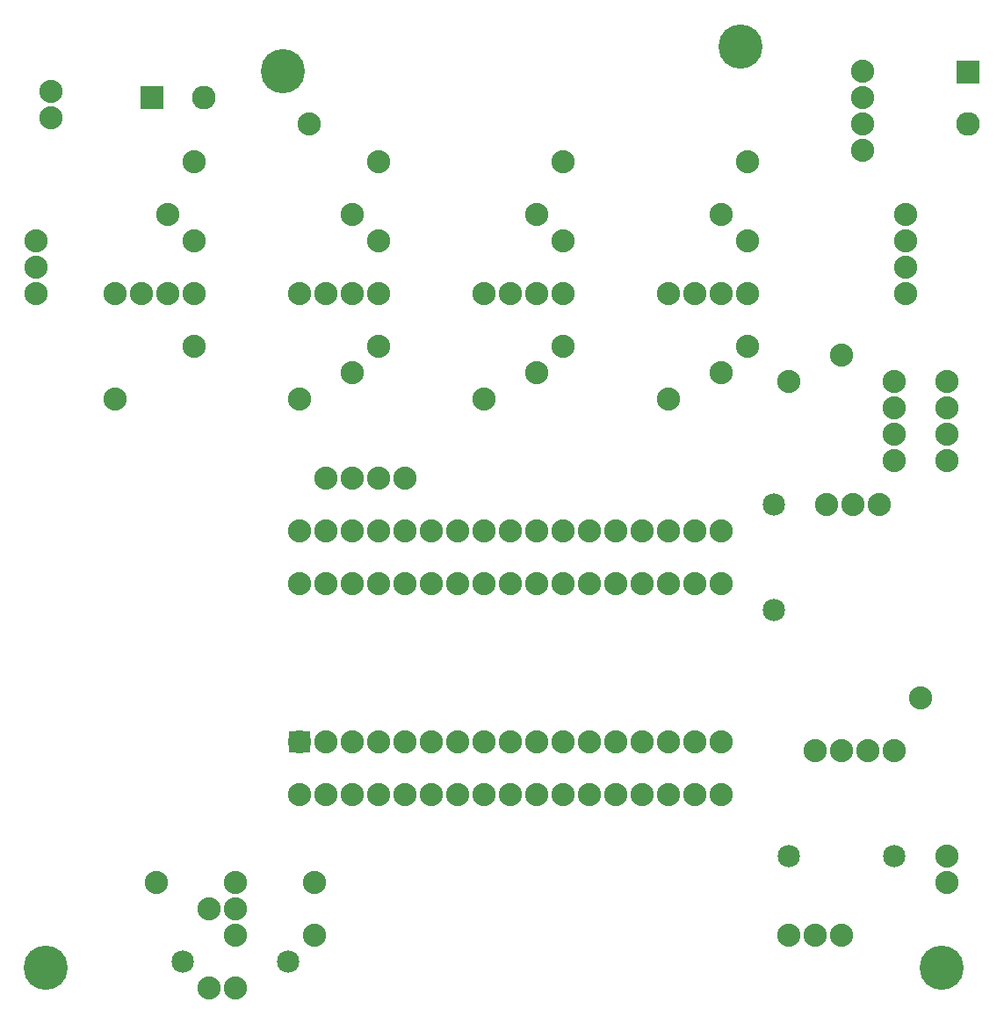
<source format=gts>
G04 MADE WITH FRITZING*
G04 WWW.FRITZING.ORG*
G04 DOUBLE SIDED*
G04 HOLES PLATED*
G04 CONTOUR ON CENTER OF CONTOUR VECTOR*
%ASAXBY*%
%FSLAX23Y23*%
%MOIN*%
%OFA0B0*%
%SFA1.0B1.0*%
%ADD10C,0.167480*%
%ADD11C,0.090000*%
%ADD12C,0.088000*%
%ADD13C,0.085000*%
%ADD14C,0.080555*%
%ADD15C,0.080583*%
%ADD16R,0.090000X0.090000*%
%ADD17R,0.080542X0.080570*%
%LNMASK1*%
G90*
G70*
G54D10*
X220Y161D03*
X3620Y161D03*
X1120Y3561D03*
X2856Y3655D03*
G54D11*
X623Y3461D03*
X820Y3461D03*
X3720Y3558D03*
X3720Y3361D03*
X3720Y3558D03*
X3720Y3361D03*
G54D12*
X1220Y3361D03*
X1220Y3361D03*
G54D13*
X740Y185D03*
X1140Y185D03*
X740Y185D03*
X1140Y185D03*
G54D12*
X940Y485D03*
X940Y385D03*
X940Y285D03*
X940Y485D03*
X940Y385D03*
X940Y285D03*
G54D13*
X940Y485D03*
X940Y385D03*
X940Y285D03*
X940Y485D03*
X940Y385D03*
X940Y285D03*
G54D12*
X840Y85D03*
X940Y85D03*
X840Y85D03*
X940Y85D03*
X1240Y485D03*
X1240Y485D03*
X1240Y285D03*
X1240Y285D03*
X840Y385D03*
X840Y385D03*
X640Y485D03*
X640Y485D03*
X3640Y585D03*
X3640Y485D03*
X3040Y285D03*
X3140Y285D03*
X3240Y285D03*
G54D13*
X3040Y585D03*
X3440Y585D03*
X3040Y585D03*
X3440Y585D03*
X3381Y1917D03*
X3281Y1917D03*
X3181Y1917D03*
X3381Y1917D03*
X3281Y1917D03*
X3181Y1917D03*
X2881Y2717D03*
X2781Y2717D03*
X2681Y2717D03*
X2881Y2717D03*
X2781Y2717D03*
X2681Y2717D03*
X2181Y2717D03*
X2081Y2717D03*
X1981Y2717D03*
X2181Y2717D03*
X2081Y2717D03*
X1981Y2717D03*
X1481Y2717D03*
X1381Y2717D03*
X1281Y2717D03*
X1481Y2717D03*
X1381Y2717D03*
X1281Y2717D03*
X781Y2717D03*
X681Y2717D03*
X581Y2717D03*
X781Y2717D03*
X681Y2717D03*
X581Y2717D03*
X2981Y1917D03*
X2981Y1517D03*
X2981Y1917D03*
X2981Y1517D03*
X2581Y2717D03*
X2581Y2317D03*
X2581Y2717D03*
X2581Y2317D03*
X1881Y2717D03*
X1881Y2317D03*
X1881Y2717D03*
X1881Y2317D03*
X1181Y2717D03*
X1181Y2317D03*
X1181Y2717D03*
X1181Y2317D03*
X481Y2717D03*
X481Y2317D03*
X481Y2717D03*
X481Y2317D03*
G54D12*
X1581Y2017D03*
X1481Y2017D03*
X1381Y2017D03*
X1281Y2017D03*
X1581Y2017D03*
X1481Y2017D03*
X1381Y2017D03*
X1281Y2017D03*
X1183Y1020D03*
X1283Y1020D03*
X1383Y1020D03*
X1483Y1020D03*
X1583Y1020D03*
X1683Y1020D03*
X1783Y1020D03*
X1883Y1020D03*
X1983Y1020D03*
X2083Y1020D03*
X2183Y1020D03*
X2283Y1020D03*
X2383Y1020D03*
X2483Y1020D03*
X2583Y1020D03*
X2683Y1020D03*
X2783Y1020D03*
X1183Y1020D03*
X1283Y1020D03*
X1383Y1020D03*
X1483Y1020D03*
X1583Y1020D03*
X1683Y1020D03*
X1783Y1020D03*
X1883Y1020D03*
X1983Y1020D03*
X2083Y1020D03*
X2183Y1020D03*
X2283Y1020D03*
X2383Y1020D03*
X2483Y1020D03*
X2583Y1020D03*
X2683Y1020D03*
X2783Y1020D03*
X1183Y1620D03*
X1283Y1620D03*
X1383Y1620D03*
X1483Y1620D03*
X1583Y1620D03*
X1683Y1620D03*
X1783Y1620D03*
X1883Y1620D03*
X1983Y1620D03*
X2083Y1620D03*
X2183Y1620D03*
X2283Y1620D03*
X2383Y1620D03*
X2483Y1620D03*
X2583Y1620D03*
X2683Y1620D03*
X2783Y1620D03*
X1183Y1620D03*
X1283Y1620D03*
X1383Y1620D03*
X1483Y1620D03*
X1583Y1620D03*
X1683Y1620D03*
X1783Y1620D03*
X1883Y1620D03*
X1983Y1620D03*
X2083Y1620D03*
X2183Y1620D03*
X2283Y1620D03*
X2383Y1620D03*
X2483Y1620D03*
X2583Y1620D03*
X2683Y1620D03*
X2783Y1620D03*
G54D14*
X1183Y1020D03*
X1283Y1020D03*
X1383Y1020D03*
X1483Y1020D03*
X1583Y1020D03*
X1683Y1020D03*
X1783Y1020D03*
X1883Y1020D03*
X1983Y1020D03*
G54D15*
X2083Y1020D03*
X2183Y1020D03*
X2283Y1020D03*
G54D14*
X2383Y1020D03*
X2483Y1020D03*
G54D15*
X2583Y1020D03*
X2683Y1020D03*
X2783Y1020D03*
G54D14*
X1183Y1620D03*
X1283Y1620D03*
X1383Y1620D03*
X1483Y1620D03*
X1583Y1620D03*
X1683Y1620D03*
X1983Y1620D03*
G54D15*
X2083Y1620D03*
G54D14*
X1883Y1620D03*
X1783Y1620D03*
G54D15*
X2183Y1620D03*
X2283Y1620D03*
G54D14*
X2383Y1620D03*
X2483Y1620D03*
G54D15*
X2583Y1620D03*
X2683Y1620D03*
X2783Y1620D03*
G54D12*
X3440Y2385D03*
X3440Y2285D03*
X3440Y2185D03*
X3440Y2085D03*
X3440Y2385D03*
X3440Y2285D03*
X3440Y2185D03*
X3440Y2085D03*
X3640Y2385D03*
X3640Y2285D03*
X3640Y2185D03*
X3640Y2085D03*
X3640Y2385D03*
X3640Y2285D03*
X3640Y2185D03*
X3640Y2085D03*
X181Y2917D03*
X181Y2817D03*
X181Y2717D03*
X181Y2917D03*
X181Y2817D03*
X181Y2717D03*
X3320Y3561D03*
X3320Y3461D03*
X3320Y3361D03*
X3320Y3261D03*
X3320Y3561D03*
X3320Y3461D03*
X3320Y3361D03*
X3320Y3261D03*
X3481Y3017D03*
X3481Y2917D03*
X3481Y2817D03*
X3481Y2717D03*
X3481Y3017D03*
X3481Y2917D03*
X3481Y2817D03*
X3481Y2717D03*
X240Y3485D03*
X240Y3385D03*
X240Y3485D03*
X240Y3385D03*
X2581Y2317D03*
X2581Y2317D03*
X2781Y2417D03*
X2781Y2417D03*
X2081Y2417D03*
X2081Y2417D03*
X1381Y2417D03*
X1381Y2417D03*
X1881Y2317D03*
X1881Y2317D03*
X1181Y2317D03*
X1181Y2317D03*
X481Y2317D03*
X481Y2317D03*
X2881Y2517D03*
X2881Y2517D03*
X3240Y985D03*
X3140Y985D03*
X3240Y985D03*
X3140Y985D03*
X3540Y1185D03*
X3540Y1185D03*
X3440Y985D03*
X3340Y985D03*
X3440Y985D03*
X3340Y985D03*
X3381Y1917D03*
X3281Y1917D03*
X3181Y1917D03*
X3381Y1917D03*
X3281Y1917D03*
X3181Y1917D03*
X2881Y2717D03*
X2781Y2717D03*
X2681Y2717D03*
X2881Y2717D03*
X2781Y2717D03*
X2681Y2717D03*
X2881Y3217D03*
X2881Y3217D03*
X2881Y2917D03*
X2881Y2917D03*
X2581Y2717D03*
X2581Y2717D03*
X3240Y2485D03*
X3240Y2485D03*
X3040Y2385D03*
X3040Y2385D03*
X2781Y3017D03*
X2781Y3017D03*
X2181Y3217D03*
X2181Y3217D03*
X2181Y2717D03*
X2081Y2717D03*
X1981Y2717D03*
X2181Y2717D03*
X2081Y2717D03*
X1981Y2717D03*
X2181Y2517D03*
X2181Y2517D03*
X2181Y2917D03*
X2181Y2917D03*
X1881Y2717D03*
X1881Y2717D03*
X2081Y3017D03*
X2081Y3017D03*
X1481Y2917D03*
X1481Y2917D03*
X1481Y2517D03*
X1481Y2517D03*
X1481Y2717D03*
X1381Y2717D03*
X1281Y2717D03*
X1481Y2717D03*
X1381Y2717D03*
X1281Y2717D03*
X1381Y3017D03*
X1381Y3017D03*
X1181Y2717D03*
X1181Y2717D03*
X1481Y3217D03*
X1481Y3217D03*
X681Y3017D03*
X681Y3017D03*
X781Y2517D03*
X781Y2517D03*
X781Y2717D03*
X681Y2717D03*
X581Y2717D03*
X781Y2717D03*
X681Y2717D03*
X581Y2717D03*
X781Y2917D03*
X781Y2917D03*
X481Y2717D03*
X481Y2717D03*
X781Y3217D03*
X781Y3217D03*
X2781Y1817D03*
X2681Y1817D03*
X2581Y1817D03*
X2481Y1817D03*
X2381Y1817D03*
X2281Y1817D03*
X2181Y1817D03*
X2081Y1817D03*
X1981Y1817D03*
X1881Y1817D03*
X1781Y1817D03*
X1681Y1817D03*
X1581Y1817D03*
X1481Y1817D03*
X1381Y1817D03*
X1281Y1817D03*
X1181Y1817D03*
X2781Y1817D03*
X2681Y1817D03*
X2581Y1817D03*
X2481Y1817D03*
X2381Y1817D03*
X2281Y1817D03*
X2181Y1817D03*
X2081Y1817D03*
X1981Y1817D03*
X1881Y1817D03*
X1781Y1817D03*
X1681Y1817D03*
X1581Y1817D03*
X1481Y1817D03*
X1381Y1817D03*
X1281Y1817D03*
X1181Y1817D03*
X2781Y817D03*
X2681Y817D03*
X2581Y817D03*
X2481Y817D03*
X2381Y817D03*
X2281Y817D03*
X2181Y817D03*
X2081Y817D03*
X1981Y817D03*
X1881Y817D03*
X1781Y817D03*
X1681Y817D03*
X1581Y817D03*
X1481Y817D03*
X1381Y817D03*
X1281Y817D03*
X1181Y817D03*
X2781Y817D03*
X2681Y817D03*
X2581Y817D03*
X2481Y817D03*
X2381Y817D03*
X2281Y817D03*
X2181Y817D03*
X2081Y817D03*
X1981Y817D03*
X1881Y817D03*
X1781Y817D03*
X1681Y817D03*
X1581Y817D03*
X1481Y817D03*
X1381Y817D03*
X1281Y817D03*
X1181Y817D03*
G54D16*
X623Y3461D03*
X3720Y3558D03*
X3720Y3558D03*
G54D17*
X1183Y1020D03*
G04 End of Mask1*
M02*
</source>
